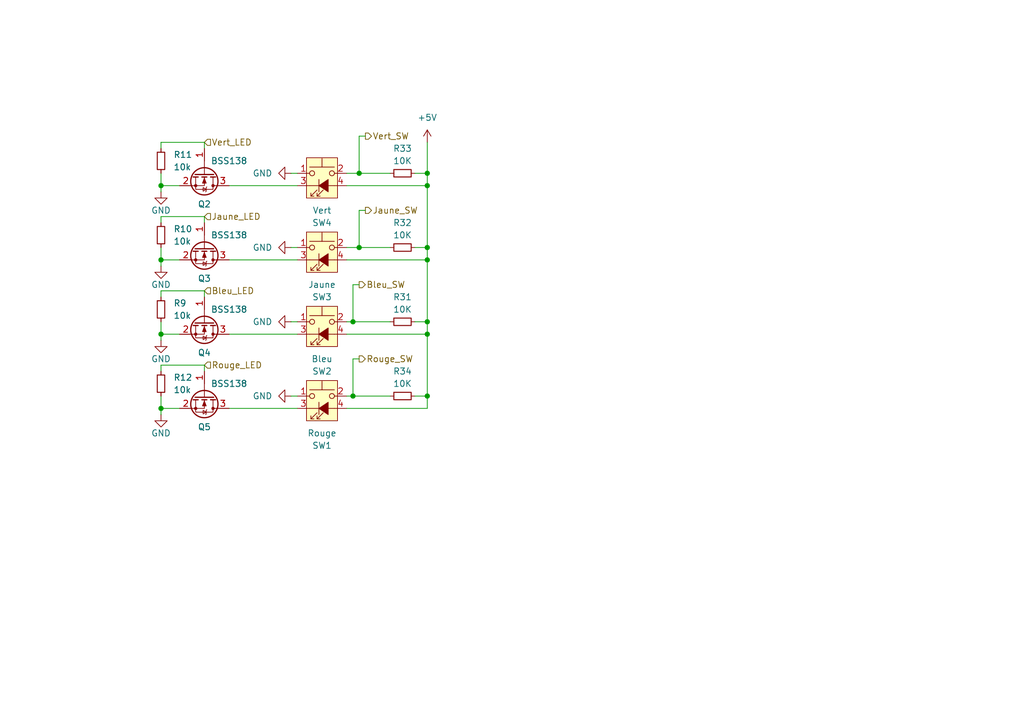
<source format=kicad_sch>
(kicad_sch (version 20231120) (generator "eeschema") (generator_version "8.0")
  (paper "A5")
  (title_block (title "Carte Principale") (date "2024-08-12") (company "CRINSA") (comment 1 "Carte de contrôle pour le robot"))
  (lib_symbols
    (symbol "Device:R_Small" (pin_numbers hide) (pin_names (offset 0.254) hide)
      (property "Reference" "R" (at 0.762 0.508 0))
      (property "Value" "R_Small" (at 0.762 -1.016 0))
      (symbol "R_Small_0_1"
        (rectangle (start -0.762 1.778) (end 0.762 -1.778) (stroke (width 0.2032)))
      )
      (symbol "R_Small_1_1"
        (pin passive line (at 0 2.54 270) (length 0.762) (name "~") (number "1"))
        (pin passive line (at 0 -2.54 90) (length 0.762) (name "~") (number "2"))
      )
    )
    (symbol "Switch:SW_Push_LED" (pin_names (offset 1.016) hide)
      (property "Reference" "SW" (at 0 7.62 0))
      (property "Value" "SW_Push_LED" (at 0 -3.81 0))
      (symbol "SW_Push_LED_0_0"
        (polyline (pts (xy -2.54 0) (xy 2.54 0)))
        (polyline (pts (xy -2.286 -2.159) (xy -1.016 -0.889)))
        (polyline (pts (xy -1.016 -2.159) (xy 0.254 -0.889)))
        (polyline (pts (xy -0.635 1.27) (xy -0.635 -1.27)))
        (polyline (pts (xy -2.286 -1.524) (xy -2.286 -2.159) (xy -1.651 -2.159)))
        (polyline (pts (xy -1.016 -1.524) (xy -1.016 -2.159) (xy -0.381 -2.159)))
        (polyline (pts (xy -0.635 0) (xy 1.27 1.27) (xy 1.27 -1.27) (xy -0.635 0)) (fill (type outline)))
      )
      (symbol "SW_Push_LED_0_1"
        (circle (center -2.032 2.54) (radius 0.508))
        (polyline (pts (xy 0 3.81) (xy 0 5.588)))
        (polyline (pts (xy 2.54 3.81) (xy -2.54 3.81)))
        (circle (center 2.032 2.54) (radius 0.508))
        (pin passive line (at -5.08 2.54 0) (length 2.54) (name "1") (number "1"))
        (pin passive line (at 5.08 2.54 180) (length 2.54) (name "2") (number "2"))
        (pin passive line (at -5.08 0 0) (length 2.54) (name "K") (number "3"))
        (pin passive line (at 5.08 0 180) (length 2.54) (name "A") (number "4"))
      )
      (symbol "SW_Push_LED_1_1"
        (rectangle (start -3.175 5.715) (end 3.175 -2.54) (fill (type background)))
      )
    )
    (symbol "Transistor_FET:BSS138" (pin_names hide)
      (property "Reference" "Q" (at 5.08 1.905 0))
      (property "Value" "BSS138" (at 5.08 0 0))
      (symbol "BSS138_0_1"
        (polyline (pts (xy 0.254 0) (xy -2.54 0)))
        (polyline (pts (xy 0.254 1.905) (xy 0.254 -1.905)) (stroke (width 0.254)))
        (polyline (pts (xy 0.762 -1.27) (xy 0.762 -2.286)) (stroke (width 0.254)))
        (polyline (pts (xy 0.762 0.508) (xy 0.762 -0.508)) (stroke (width 0.254)))
        (polyline (pts (xy 0.762 2.286) (xy 0.762 1.27)) (stroke (width 0.254)))
        (polyline (pts (xy 2.54 2.54) (xy 2.54 1.778)))
        (polyline (pts (xy 2.54 -2.54) (xy 2.54 0) (xy 0.762 0)))
        (polyline (pts (xy 0.762 -1.778) (xy 3.302 -1.778) (xy 3.302 1.778) (xy 0.762 1.778)))
        (polyline (pts (xy 1.016 0) (xy 2.032 0.381) (xy 2.032 -0.381) (xy 1.016 0)) (fill (type outline)))
        (polyline (pts (xy 2.794 0.508) (xy 2.921 0.381) (xy 3.683 0.381) (xy 3.81 0.254)))
        (polyline (pts (xy 3.302 0.381) (xy 2.921 -0.254) (xy 3.683 -0.254) (xy 3.302 0.381)))
        (circle (center 1.651 0) (radius 2.794) (stroke (width 0.254)))
        (circle (center 2.54 -1.778) (radius 0.254) (fill (type outline)))
        (circle (center 2.54 1.778) (radius 0.254) (fill (type outline)))
      )
      (symbol "BSS138_1_1"
        (pin input line (at -5.08 0 0) (length 2.54) (name "G") (number "1"))
        (pin passive line (at 2.54 -5.08 90) (length 2.54) (name "S") (number "2"))
        (pin passive line (at 2.54 5.08 270) (length 2.54) (name "D") (number "3"))
      )
    )
    (symbol "power:+5V" (power) (pin_numbers hide) (pin_names (offset 0) hide)
      (property "Value" "+5V" (at 0 3.556 0))
      (symbol "+5V_0_1"
        (polyline (pts (xy -0.762 1.27) (xy 0 2.54)))
        (polyline (pts (xy 0 0) (xy 0 2.54)))
        (polyline (pts (xy 0 2.54) (xy 0.762 1.27)))
      )
      (symbol "+5V_1_1"
        (pin power_in line (at 0 0 90) (length 0) (name "~") (number "1"))
      )
    )
    (symbol "power:GND" (power) (pin_numbers hide) (pin_names (offset 0) hide)
      (property "Value" "GND" (at 0 -3.81 0))
      (symbol "GND_0_1"
        (polyline (pts (xy 0 0) (xy 0 -1.27) (xy 1.27 -1.27) (xy 0 -2.54) (xy -1.27 -1.27) (xy 0 -1.27)))
      )
      (symbol "GND_1_1"
        (pin power_in line (at 0 0 270) (length 0) (name "~") (number "1"))
      )
    )
  )
  (junction (at 87.63 81.28))
  (junction (at 33.02 68.58))
  (junction (at 33.02 38.1))
  (junction (at 87.63 66.04))
  (junction (at 73.66 50.8))
  (junction (at 87.63 50.8))
  (junction (at 33.02 53.34))
  (junction (at 33.02 83.82))
  (junction (at 87.63 38.1))
  (junction (at 87.63 35.56))
  (junction (at 87.63 53.34))
  (junction (at 73.66 35.56))
  (junction (at 72.39 66.04))
  (junction (at 87.63 68.58))
  (junction (at 72.39 81.28))
  (wire (pts (xy 71.12 38.1) (xy 87.63 38.1)))
  (wire (pts (xy 33.02 53.34) (xy 36.83 53.34)))
  (wire (pts (xy 33.02 53.34) (xy 33.02 54.61)))
  (wire (pts (xy 72.39 58.42) (xy 73.66 58.42)))
  (wire (pts (xy 41.91 60.96) (xy 41.91 59.69)))
  (wire (pts (xy 71.12 50.8) (xy 73.66 50.8)))
  (wire (pts (xy 72.39 73.66) (xy 72.39 81.28)))
  (wire (pts (xy 73.66 35.56) (xy 80.01 35.56)))
  (wire (pts (xy 46.99 53.34) (xy 60.96 53.34)))
  (wire (pts (xy 72.39 81.28) (xy 80.01 81.28)))
  (wire (pts (xy 87.63 35.56) (xy 87.63 38.1)))
  (wire (pts (xy 73.66 43.18) (xy 74.93 43.18)))
  (wire (pts (xy 33.02 66.04) (xy 33.02 68.58)))
  (wire (pts (xy 87.63 68.58) (xy 87.63 66.04)))
  (wire (pts (xy 59.69 50.8) (xy 60.96 50.8)))
  (wire (pts (xy 85.09 35.56) (xy 87.63 35.56)))
  (wire (pts (xy 33.02 68.58) (xy 36.83 68.58)))
  (wire (pts (xy 33.02 74.93) (xy 33.02 76.2)))
  (wire (pts (xy 59.69 81.28) (xy 60.96 81.28)))
  (wire (pts (xy 71.12 35.56) (xy 73.66 35.56)))
  (wire (pts (xy 71.12 66.04) (xy 72.39 66.04)))
  (wire (pts (xy 41.91 59.69) (xy 33.02 59.69)))
  (wire (pts (xy 41.91 76.2) (xy 41.91 74.93)))
  (wire (pts (xy 33.02 83.82) (xy 36.83 83.82)))
  (wire (pts (xy 85.09 50.8) (xy 87.63 50.8)))
  (wire (pts (xy 33.02 38.1) (xy 36.83 38.1)))
  (wire (pts (xy 33.02 59.69) (xy 33.02 60.96)))
  (wire (pts (xy 87.63 38.1) (xy 87.63 50.8)))
  (wire (pts (xy 59.69 66.04) (xy 60.96 66.04)))
  (wire (pts (xy 33.02 29.21) (xy 33.02 30.48)))
  (wire (pts (xy 85.09 81.28) (xy 87.63 81.28)))
  (wire (pts (xy 33.02 44.45) (xy 33.02 45.72)))
  (wire (pts (xy 72.39 58.42) (xy 72.39 66.04)))
  (wire (pts (xy 46.99 83.82) (xy 60.96 83.82)))
  (wire (pts (xy 33.02 83.82) (xy 33.02 85.09)))
  (wire (pts (xy 85.09 66.04) (xy 87.63 66.04)))
  (wire (pts (xy 72.39 73.66) (xy 73.66 73.66)))
  (wire (pts (xy 41.91 74.93) (xy 33.02 74.93)))
  (wire (pts (xy 71.12 53.34) (xy 87.63 53.34)))
  (wire (pts (xy 33.02 68.58) (xy 33.02 69.85)))
  (wire (pts (xy 41.91 44.45) (xy 33.02 44.45)))
  (wire (pts (xy 33.02 38.1) (xy 33.02 39.37)))
  (wire (pts (xy 46.99 38.1) (xy 60.96 38.1)))
  (wire (pts (xy 73.66 27.94) (xy 74.93 27.94)))
  (wire (pts (xy 87.63 53.34) (xy 87.63 66.04)))
  (wire (pts (xy 72.39 66.04) (xy 80.01 66.04)))
  (wire (pts (xy 46.99 68.58) (xy 60.96 68.58)))
  (wire (pts (xy 71.12 68.58) (xy 87.63 68.58)))
  (wire (pts (xy 59.69 35.56) (xy 60.96 35.56)))
  (wire (pts (xy 33.02 35.56) (xy 33.02 38.1)))
  (wire (pts (xy 71.12 83.82) (xy 87.63 83.82)))
  (wire (pts (xy 41.91 29.21) (xy 33.02 29.21)))
  (wire (pts (xy 73.66 43.18) (xy 73.66 50.8)))
  (wire (pts (xy 87.63 29.21) (xy 87.63 35.56)))
  (wire (pts (xy 71.12 81.28) (xy 72.39 81.28)))
  (wire (pts (xy 41.91 30.48) (xy 41.91 29.21)))
  (wire (pts (xy 87.63 50.8) (xy 87.63 53.34)))
  (wire (pts (xy 41.91 45.72) (xy 41.91 44.45)))
  (wire (pts (xy 33.02 50.8) (xy 33.02 53.34)))
  (wire (pts (xy 87.63 83.82) (xy 87.63 81.28)))
  (wire (pts (xy 73.66 27.94) (xy 73.66 35.56)))
  (wire (pts (xy 73.66 50.8) (xy 80.01 50.8)))
  (wire (pts (xy 33.02 81.28) (xy 33.02 83.82)))
  (wire (pts (xy 87.63 81.28) (xy 87.63 68.58)))
  (hierarchical_label "Bleu_LED" (shape input) (at 41.91 59.69 0))
  (hierarchical_label "Bleu_SW" (shape output) (at 73.66 58.42 0))
  (hierarchical_label "Jaune_LED" (shape input) (at 41.91 44.45 0))
  (hierarchical_label "Rouge_SW" (shape output) (at 73.66 73.66 0))
  (hierarchical_label "Rouge_LED" (shape input) (at 41.91 74.93 0))
  (hierarchical_label "Vert_LED" (shape input) (at 41.91 29.21 0))
  (hierarchical_label "Vert_SW" (shape output) (at 74.93 27.94 0))
  (hierarchical_label "Jaune_SW" (shape output) (at 74.93 43.18 0))
  (symbol (lib_id "power:GND") (at 59.69 50.8 270) (unit 1)
    (property "Reference" "#PWR084" (effects (hide yes)))
    (property "Value" "GND" (at 55.88 50.7999 90) (effects (justify right)))
    (property "Description" "Power symbol creates a global label with name \"GND\" , ground" (effects (hide yes)))
  )
  (symbol (lib_id "Device:R_Small") (at 82.55 50.8 90) (unit 1)
    (property "Reference" "R32" (at 82.55 45.72 90))
    (property "Value" "10K" (at 82.55 48.26 90))
    (property "Footprint" "Resistor_SMD:R_1210_3225Metric_Pad1.30x2.65mm_HandSolder" (effects (hide yes)))
    (property "Description" "Resistor, small symbol" (effects (hide yes)))
  )
  (symbol (lib_id "Transistor_FET:BSS138") (at 41.91 50.8 270) (unit 1)
    (property "Reference" "Q3" (at 41.91 57.15 90))
    (property "Value" "BSS138" (at 46.99 48.26 90))
    (property "Footprint" "Package_TO_SOT_SMD:SOT-23" (effects (hide yes)))
    (property "Datasheet" "https://www.onsemi.com/pub/Collateral/BSS138-D.PDF" (effects (hide yes)))
    (property "Description" "50V Vds, 0.22A Id, N-Channel MOSFET, SOT-23" (effects (hide yes)))
  )
  (symbol (lib_id "Device:R_Small") (at 33.02 78.74 180) (unit 1)
    (property "Reference" "R12" (at 35.56 77.4699 0) (effects (justify right)))
    (property "Value" "10k" (at 35.56 80.0099 0) (effects (justify right)))
    (property "Footprint" "Resistor_SMD:R_1210_3225Metric_Pad1.30x2.65mm_HandSolder" (effects (hide yes)))
    (property "Description" "Resistor, small symbol" (effects (hide yes)))
  )
  (symbol (lib_id "Device:R_Small") (at 82.55 35.56 90) (unit 1)
    (property "Reference" "R33" (at 82.55 30.48 90))
    (property "Value" "10K" (at 82.55 33.02 90))
    (property "Footprint" "Resistor_SMD:R_1210_3225Metric_Pad1.30x2.65mm_HandSolder" (effects (hide yes)))
    (property "Description" "Resistor, small symbol" (effects (hide yes)))
  )
  (symbol (lib_id "power:GND") (at 59.69 35.56 270) (unit 1)
    (property "Reference" "#PWR081" (effects (hide yes)))
    (property "Value" "GND" (at 55.88 35.5599 90) (effects (justify right)))
    (property "Description" "Power symbol creates a global label with name \"GND\" , ground" (effects (hide yes)))
  )
  (symbol (lib_id "Device:R_Small") (at 82.55 66.04 90) (unit 1)
    (property "Reference" "R31" (at 82.55 60.96 90))
    (property "Value" "10K" (at 82.55 63.5 90))
    (property "Footprint" "Resistor_SMD:R_1210_3225Metric_Pad1.30x2.65mm_HandSolder" (effects (hide yes)))
    (property "Description" "Resistor, small symbol" (effects (hide yes)))
  )
  (symbol (lib_id "Device:R_Small") (at 82.55 81.28 90) (unit 1)
    (property "Reference" "R34" (at 82.55 76.2 90))
    (property "Value" "10K" (at 82.55 78.74 90))
    (property "Footprint" "Resistor_SMD:R_1210_3225Metric_Pad1.30x2.65mm_HandSolder" (effects (hide yes)))
    (property "Description" "Resistor, small symbol" (effects (hide yes)))
  )
  (symbol (lib_id "Device:R_Small") (at 33.02 48.26 180) (unit 1)
    (property "Reference" "R10" (at 35.56 46.9899 0) (effects (justify right)))
    (property "Value" "10k" (at 35.56 49.5299 0) (effects (justify right)))
    (property "Footprint" "Resistor_SMD:R_1210_3225Metric_Pad1.30x2.65mm_HandSolder" (effects (hide yes)))
    (property "Description" "Resistor, small symbol" (effects (hide yes)))
  )
  (symbol (lib_id "Transistor_FET:BSS138") (at 41.91 66.04 270) (unit 1)
    (property "Reference" "Q4" (at 41.91 72.39 90))
    (property "Value" "BSS138" (at 46.99 63.5 90))
    (property "Footprint" "Package_TO_SOT_SMD:SOT-23" (effects (hide yes)))
    (property "Datasheet" "https://www.onsemi.com/pub/Collateral/BSS138-D.PDF" (effects (hide yes)))
    (property "Description" "50V Vds, 0.22A Id, N-Channel MOSFET, SOT-23" (effects (hide yes)))
  )
  (symbol (lib_id "Switch:SW_Push_LED") (at 66.04 53.34 0) (unit 1)
    (property "Reference" "SW3" (at 66.04 60.96 0))
    (property "Value" "Jaune" (at 66.04 58.42 0))
    (property "Footprint" "Connector_JST:JST_XH_B4B-XH-A_1x04_P2.50mm_Vertical" (effects (hide yes)))
    (property "Description" "Push button switch with LED, generic" (effects (hide yes)))
  )
  (symbol (lib_id "power:GND") (at 33.02 39.37 0) (unit 1)
    (property "Reference" "#PWR082" (effects (hide yes)))
    (property "Value" "GND" (at 33.02 43.18 0))
    (property "Description" "Power symbol creates a global label with name \"GND\" , ground" (effects (hide yes)))
  )
  (symbol (lib_id "power:GND") (at 33.02 85.09 0) (unit 1)
    (property "Reference" "#PWR091" (effects (hide yes)))
    (property "Value" "GND" (at 33.02 88.9 0))
    (property "Description" "Power symbol creates a global label with name \"GND\" , ground" (effects (hide yes)))
  )
  (symbol (lib_id "Transistor_FET:BSS138") (at 41.91 81.28 270) (unit 1)
    (property "Reference" "Q5" (at 41.91 87.63 90))
    (property "Value" "BSS138" (at 46.99 78.74 90))
    (property "Footprint" "Package_TO_SOT_SMD:SOT-23" (effects (hide yes)))
    (property "Datasheet" "https://www.onsemi.com/pub/Collateral/BSS138-D.PDF" (effects (hide yes)))
    (property "Description" "50V Vds, 0.22A Id, N-Channel MOSFET, SOT-23" (effects (hide yes)))
  )
  (symbol (lib_id "power:GND") (at 59.69 81.28 270) (unit 1)
    (property "Reference" "#PWR090" (effects (hide yes)))
    (property "Value" "GND" (at 55.88 81.2799 90) (effects (justify right)))
    (property "Description" "Power symbol creates a global label with name \"GND\" , ground" (effects (hide yes)))
  )
  (symbol (lib_id "power:GND") (at 33.02 54.61 0) (unit 1)
    (property "Reference" "#PWR086" (effects (hide yes)))
    (property "Value" "GND" (at 33.02 58.42 0))
    (property "Description" "Power symbol creates a global label with name \"GND\" , ground" (effects (hide yes)))
  )
  (symbol (lib_id "Device:R_Small") (at 33.02 33.02 180) (unit 1)
    (property "Reference" "R11" (at 35.56 31.7499 0) (effects (justify right)))
    (property "Value" "10k" (at 35.56 34.2899 0) (effects (justify right)))
    (property "Footprint" "Resistor_SMD:R_1210_3225Metric_Pad1.30x2.65mm_HandSolder" (effects (hide yes)))
    (property "Description" "Resistor, small symbol" (effects (hide yes)))
  )
  (symbol (lib_id "Switch:SW_Push_LED") (at 66.04 83.82 0) (unit 1)
    (property "Reference" "SW1" (at 66.04 91.44 0))
    (property "Value" "Rouge" (at 66.04 88.9 0))
    (property "Footprint" "Connector_JST:JST_XH_B4B-XH-A_1x04_P2.50mm_Vertical" (effects (hide yes)))
    (property "Description" "Push button switch with LED, generic" (effects (hide yes)))
  )
  (symbol (lib_id "Switch:SW_Push_LED") (at 66.04 68.58 0) (unit 1)
    (property "Reference" "SW2" (at 66.04 76.2 0))
    (property "Value" "Bleu" (at 66.04 73.66 0))
    (property "Footprint" "Connector_JST:JST_XH_B4B-XH-A_1x04_P2.50mm_Vertical" (effects (hide yes)))
    (property "Description" "Push button switch with LED, generic" (effects (hide yes)))
  )
  (symbol (lib_id "power:GND") (at 59.69 66.04 270) (unit 1)
    (property "Reference" "#PWR087" (effects (hide yes)))
    (property "Value" "GND" (at 55.88 66.0399 90) (effects (justify right)))
    (property "Description" "Power symbol creates a global label with name \"GND\" , ground" (effects (hide yes)))
  )
  (symbol (lib_id "Switch:SW_Push_LED") (at 66.04 38.1 0) (unit 1)
    (property "Reference" "SW4" (at 66.04 45.72 0))
    (property "Value" "Vert" (at 66.04 43.18 0))
    (property "Footprint" "Connector_JST:JST_XH_B4B-XH-A_1x04_P2.50mm_Vertical" (effects (hide yes)))
    (property "Description" "Push button switch with LED, generic" (effects (hide yes)))
  )
  (symbol (lib_id "Transistor_FET:BSS138") (at 41.91 35.56 270) (unit 1)
    (property "Reference" "Q2" (at 41.91 41.91 90))
    (property "Value" "BSS138" (at 46.99 33.02 90))
    (property "Footprint" "Package_TO_SOT_SMD:SOT-23" (effects (hide yes)))
    (property "Datasheet" "https://www.onsemi.com/pub/Collateral/BSS138-D.PDF" (effects (hide yes)))
    (property "Description" "50V Vds, 0.22A Id, N-Channel MOSFET, SOT-23" (effects (hide yes)))
  )
  (symbol (lib_id "power:GND") (at 33.02 69.85 0) (unit 1)
    (property "Reference" "#PWR089" (effects (hide yes)))
    (property "Value" "GND" (at 33.02 73.66 0))
    (property "Description" "Power symbol creates a global label with name \"GND\" , ground" (effects (hide yes)))
  )
  (symbol (lib_id "Device:R_Small") (at 33.02 63.5 180) (unit 1)
    (property "Reference" "R9" (at 35.56 62.2299 0) (effects (justify right)))
    (property "Value" "10k" (at 35.56 64.7699 0) (effects (justify right)))
    (property "Footprint" "Resistor_SMD:R_1210_3225Metric_Pad1.30x2.65mm_HandSolder" (effects (hide yes)))
    (property "Description" "Resistor, small symbol" (effects (hide yes)))
  )
  (symbol (lib_id "power:+5V") (at 87.63 29.21 0) (unit 1)
    (property "Reference" "#PWR080" (effects (hide yes)))
    (property "Value" "+5V" (at 87.63 24.13 0))
    (property "Description" "Power symbol creates a global label with name \"+5V\"" (effects (hide yes)))
  )
)
</source>
